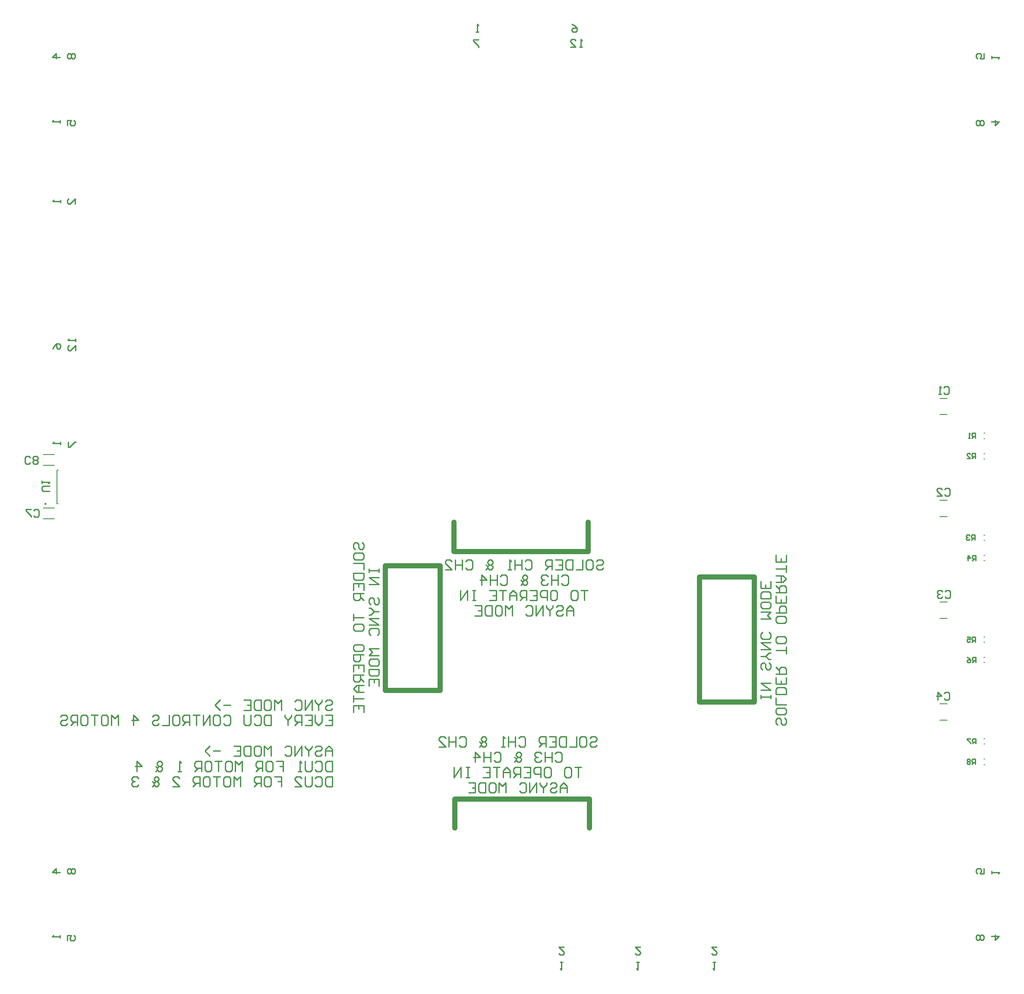
<source format=gbo>
G04*
G04 #@! TF.GenerationSoftware,Altium Limited,Altium Designer,21.3.2 (30)*
G04*
G04 Layer_Color=32896*
%FSLAX25Y25*%
%MOIN*%
G70*
G04*
G04 #@! TF.SameCoordinates,467638F3-B4FA-417D-9A7E-59FD0AE83611*
G04*
G04*
G04 #@! TF.FilePolarity,Positive*
G04*
G01*
G75*
%ADD10C,0.00787*%
%ADD12C,0.00984*%
%ADD13C,0.03937*%
%ADD14C,0.01000*%
D10*
X747638Y186909D02*
X748425D01*
X747638Y191043D02*
X748425D01*
X747638Y202658D02*
X748425D01*
X747638Y206791D02*
X748425D01*
X747638Y265650D02*
X748425D01*
X747638Y269783D02*
X748425D01*
X747638Y281398D02*
X748425D01*
X747638Y285531D02*
X748425D01*
X747638Y344390D02*
X748425D01*
X747638Y348524D02*
X748425D01*
X747638Y360138D02*
X748425D01*
X747638Y364272D02*
X748425D01*
X747638Y438878D02*
X748425D01*
X747638Y443012D02*
X748425D01*
X747638Y423130D02*
X748425D01*
X747638Y427264D02*
X748425D01*
X713583Y233661D02*
X719488D01*
X713583Y221063D02*
X719488D01*
X713583Y312402D02*
X719488D01*
X713583Y299803D02*
X719488D01*
X713583Y391142D02*
X719488D01*
X713583Y378543D02*
X719488D01*
X713583Y469882D02*
X719488D01*
X713583Y457283D02*
X719488D01*
X21063Y376673D02*
X29724D01*
X21063Y385138D02*
X29724D01*
X21063Y418012D02*
X29724D01*
X21063Y426476D02*
X29724D01*
X31693Y388583D02*
Y414567D01*
X32677D01*
X31693Y388583D02*
X32677D01*
D12*
X22933Y388465D02*
X22195Y388891D01*
Y388038D01*
X22933Y388465D01*
D13*
X442126Y351575D02*
Y374016D01*
X338189Y351575D02*
X442126D01*
X338189D02*
Y374016D01*
X338976Y137795D02*
Y160236D01*
X442913D01*
Y137795D02*
Y160236D01*
X528150Y331693D02*
X570472D01*
X528150Y235236D02*
Y331693D01*
X570472Y235236D02*
Y331693D01*
X528150Y235236D02*
X570472D01*
X285236Y340551D02*
X327559D01*
X285236Y244094D02*
Y340551D01*
X327559Y244094D02*
Y340551D01*
X285236Y244094D02*
X327559D01*
D14*
X443355Y207073D02*
X444667Y208385D01*
X447291D01*
X448602Y207073D01*
Y205761D01*
X447291Y204450D01*
X444667D01*
X443355Y203138D01*
Y201826D01*
X444667Y200514D01*
X447291D01*
X448602Y201826D01*
X436795Y208385D02*
X439419D01*
X440731Y207073D01*
Y201826D01*
X439419Y200514D01*
X436795D01*
X435483Y201826D01*
Y207073D01*
X436795Y208385D01*
X432859D02*
Y200514D01*
X427612D01*
X424988Y208385D02*
Y200514D01*
X421052D01*
X419740Y201826D01*
Y207073D01*
X421052Y208385D01*
X424988D01*
X411869D02*
X417116D01*
Y200514D01*
X411869D01*
X417116Y204450D02*
X414493D01*
X409245Y200514D02*
Y208385D01*
X405309D01*
X403997Y207073D01*
Y204450D01*
X405309Y203138D01*
X409245D01*
X406621D02*
X403997Y200514D01*
X388254Y207073D02*
X389566Y208385D01*
X392190D01*
X393502Y207073D01*
Y201826D01*
X392190Y200514D01*
X389566D01*
X388254Y201826D01*
X385630Y208385D02*
Y200514D01*
Y204450D01*
X380383D01*
Y208385D01*
Y200514D01*
X377759D02*
X375135D01*
X376447D01*
Y208385D01*
X377759Y207073D01*
X358080Y200514D02*
X359392Y201826D01*
X360704Y200514D01*
X362016D01*
X363328Y201826D01*
Y203138D01*
X362016Y204450D01*
X363328Y205761D01*
Y207073D01*
X362016Y208385D01*
X360704D01*
X359392Y207073D01*
Y205761D01*
X360704Y204450D01*
X359392Y203138D01*
Y201826D01*
X358080Y204450D02*
X359392Y203138D01*
X362016Y204450D02*
X360704D01*
X342337Y207073D02*
X343649Y208385D01*
X346273D01*
X347585Y207073D01*
Y201826D01*
X346273Y200514D01*
X343649D01*
X342337Y201826D01*
X339714Y208385D02*
Y200514D01*
Y204450D01*
X334466D01*
Y208385D01*
Y200514D01*
X326594D02*
X331842D01*
X326594Y205761D01*
Y207073D01*
X327906Y208385D01*
X330530D01*
X331842Y207073D01*
X416461Y195228D02*
X417772Y196539D01*
X420396D01*
X421708Y195228D01*
Y189980D01*
X420396Y188668D01*
X417772D01*
X416461Y189980D01*
X413837Y196539D02*
Y188668D01*
Y192604D01*
X408589D01*
Y196539D01*
Y188668D01*
X405965Y195228D02*
X404653Y196539D01*
X402029D01*
X400717Y195228D01*
Y193916D01*
X402029Y192604D01*
X403341D01*
X402029D01*
X400717Y191292D01*
Y189980D01*
X402029Y188668D01*
X404653D01*
X405965Y189980D01*
X384975Y188668D02*
X386286Y189980D01*
X387598Y188668D01*
X388910D01*
X390222Y189980D01*
Y191292D01*
X388910Y192604D01*
X390222Y193916D01*
Y195228D01*
X388910Y196539D01*
X387598D01*
X386286Y195228D01*
Y193916D01*
X387598Y192604D01*
X386286Y191292D01*
Y189980D01*
X384975Y192604D02*
X386286Y191292D01*
X388910Y192604D02*
X387598D01*
X369232Y195228D02*
X370544Y196539D01*
X373167D01*
X374479Y195228D01*
Y189980D01*
X373167Y188668D01*
X370544D01*
X369232Y189980D01*
X366608Y196539D02*
Y188668D01*
Y192604D01*
X361360D01*
Y196539D01*
Y188668D01*
X354801D02*
Y196539D01*
X358736Y192604D01*
X353489D01*
X436795Y184694D02*
X431547D01*
X434171D01*
Y176822D01*
X424988Y184694D02*
X427612D01*
X428924Y183382D01*
Y178134D01*
X427612Y176822D01*
X424988D01*
X423676Y178134D01*
Y183382D01*
X424988Y184694D01*
X409245D02*
X411869D01*
X413181Y183382D01*
Y178134D01*
X411869Y176822D01*
X409245D01*
X407933Y178134D01*
Y183382D01*
X409245Y184694D01*
X405309Y176822D02*
Y184694D01*
X401373D01*
X400062Y183382D01*
Y180758D01*
X401373Y179446D01*
X405309D01*
X392190Y184694D02*
X397438D01*
Y176822D01*
X392190D01*
X397438Y180758D02*
X394814D01*
X389566Y176822D02*
Y184694D01*
X385630D01*
X384319Y183382D01*
Y180758D01*
X385630Y179446D01*
X389566D01*
X386943D02*
X384319Y176822D01*
X381695D02*
Y182070D01*
X379071Y184694D01*
X376447Y182070D01*
Y176822D01*
Y180758D01*
X381695D01*
X373823Y184694D02*
X368576D01*
X371199D01*
Y176822D01*
X360704Y184694D02*
X365952D01*
Y176822D01*
X360704D01*
X365952Y180758D02*
X363328D01*
X350209Y184694D02*
X347585D01*
X348897D01*
Y176822D01*
X350209D01*
X347585D01*
X343649D02*
Y184694D01*
X338402Y176822D01*
Y184694D01*
X425644Y164976D02*
Y170224D01*
X423020Y172848D01*
X420396Y170224D01*
Y164976D01*
Y168912D01*
X425644D01*
X412525Y171536D02*
X413837Y172848D01*
X416461D01*
X417772Y171536D01*
Y170224D01*
X416461Y168912D01*
X413837D01*
X412525Y167600D01*
Y166288D01*
X413837Y164976D01*
X416461D01*
X417772Y166288D01*
X409901Y172848D02*
Y171536D01*
X407277Y168912D01*
X404653Y171536D01*
Y172848D01*
X407277Y168912D02*
Y164976D01*
X402029D02*
Y172848D01*
X396782Y164976D01*
Y172848D01*
X388910Y171536D02*
X390222Y172848D01*
X392846D01*
X394158Y171536D01*
Y166288D01*
X392846Y164976D01*
X390222D01*
X388910Y166288D01*
X378415Y164976D02*
Y172848D01*
X375791Y170224D01*
X373167Y172848D01*
Y164976D01*
X366608Y172848D02*
X369232D01*
X370544Y171536D01*
Y166288D01*
X369232Y164976D01*
X366608D01*
X365296Y166288D01*
Y171536D01*
X366608Y172848D01*
X362672D02*
Y164976D01*
X358736D01*
X357424Y166288D01*
Y171536D01*
X358736Y172848D01*
X362672D01*
X349553D02*
X354801D01*
Y164976D01*
X349553D01*
X354801Y168912D02*
X352177D01*
X262091Y353065D02*
X260779Y354377D01*
Y357000D01*
X262091Y358312D01*
X263403D01*
X264715Y357000D01*
Y354377D01*
X266026Y353065D01*
X267338D01*
X268650Y354377D01*
Y357000D01*
X267338Y358312D01*
X260779Y346505D02*
Y349129D01*
X262091Y350441D01*
X267338D01*
X268650Y349129D01*
Y346505D01*
X267338Y345193D01*
X262091D01*
X260779Y346505D01*
Y342569D02*
X268650D01*
Y337322D01*
X260779Y334698D02*
X268650D01*
Y330762D01*
X267338Y329450D01*
X262091D01*
X260779Y330762D01*
Y334698D01*
Y321579D02*
Y326826D01*
X268650D01*
Y321579D01*
X264715Y326826D02*
Y324202D01*
X268650Y318955D02*
X260779D01*
Y315019D01*
X262091Y313707D01*
X264715D01*
X266026Y315019D01*
Y318955D01*
Y316331D02*
X268650Y313707D01*
X260779Y303212D02*
Y297964D01*
Y300588D01*
X268650D01*
X260779Y291405D02*
Y294028D01*
X262091Y295340D01*
X267338D01*
X268650Y294028D01*
Y291405D01*
X267338Y290093D01*
X262091D01*
X260779Y291405D01*
Y275662D02*
Y278286D01*
X262091Y279597D01*
X267338D01*
X268650Y278286D01*
Y275662D01*
X267338Y274350D01*
X262091D01*
X260779Y275662D01*
X268650Y271726D02*
X260779D01*
Y267790D01*
X262091Y266478D01*
X264715D01*
X266026Y267790D01*
Y271726D01*
X260779Y258607D02*
Y263854D01*
X268650D01*
Y258607D01*
X264715Y263854D02*
Y261231D01*
X268650Y255983D02*
X260779D01*
Y252047D01*
X262091Y250735D01*
X264715D01*
X266026Y252047D01*
Y255983D01*
Y253359D02*
X268650Y250735D01*
Y248112D02*
X263403D01*
X260779Y245488D01*
X263403Y242864D01*
X268650D01*
X264715D01*
Y248112D01*
X260779Y240240D02*
Y234992D01*
Y237616D01*
X268650D01*
X260779Y227121D02*
Y232368D01*
X268650D01*
Y227121D01*
X264715Y232368D02*
Y229745D01*
X272625Y337978D02*
Y335354D01*
Y336666D01*
X280496D01*
Y337978D01*
Y335354D01*
Y331418D02*
X272625D01*
X280496Y326170D01*
X272625D01*
X273937Y310427D02*
X272625Y311739D01*
Y314363D01*
X273937Y315675D01*
X275248D01*
X276560Y314363D01*
Y311739D01*
X277872Y310427D01*
X279184D01*
X280496Y311739D01*
Y314363D01*
X279184Y315675D01*
X272625Y307804D02*
X273937D01*
X276560Y305180D01*
X273937Y302556D01*
X272625D01*
X276560Y305180D02*
X280496D01*
Y299932D02*
X272625D01*
X280496Y294684D01*
X272625D01*
X273937Y286813D02*
X272625Y288125D01*
Y290749D01*
X273937Y292061D01*
X279184D01*
X280496Y290749D01*
Y288125D01*
X279184Y286813D01*
X280496Y276318D02*
X272625D01*
X275248Y273694D01*
X272625Y271070D01*
X280496D01*
X272625Y264510D02*
Y267134D01*
X273937Y268446D01*
X279184D01*
X280496Y267134D01*
Y264510D01*
X279184Y263198D01*
X273937D01*
X272625Y264510D01*
Y260575D02*
X280496D01*
Y256639D01*
X279184Y255327D01*
X273937D01*
X272625Y256639D01*
Y260575D01*
Y247456D02*
Y252703D01*
X280496D01*
Y247456D01*
X276560Y252703D02*
Y250079D01*
X593618Y222723D02*
X594930Y221411D01*
Y218787D01*
X593618Y217475D01*
X592306D01*
X590994Y218787D01*
Y221411D01*
X589682Y222723D01*
X588370D01*
X587058Y221411D01*
Y218787D01*
X588370Y217475D01*
X594930Y229282D02*
Y226659D01*
X593618Y225347D01*
X588370D01*
X587058Y226659D01*
Y229282D01*
X588370Y230594D01*
X593618D01*
X594930Y229282D01*
Y233218D02*
X587058D01*
Y238466D01*
X594930Y241090D02*
X587058D01*
Y245025D01*
X588370Y246337D01*
X593618D01*
X594930Y245025D01*
Y241090D01*
Y254209D02*
Y248961D01*
X587058D01*
Y254209D01*
X590994Y248961D02*
Y251585D01*
X587058Y256833D02*
X594930D01*
Y260768D01*
X593618Y262080D01*
X590994D01*
X589682Y260768D01*
Y256833D01*
Y259456D02*
X587058Y262080D01*
X594930Y272576D02*
Y277823D01*
Y275199D01*
X587058D01*
X594930Y284383D02*
Y281759D01*
X593618Y280447D01*
X588370D01*
X587058Y281759D01*
Y284383D01*
X588370Y285695D01*
X593618D01*
X594930Y284383D01*
Y300126D02*
Y297502D01*
X593618Y296190D01*
X588370D01*
X587058Y297502D01*
Y300126D01*
X588370Y301438D01*
X593618D01*
X594930Y300126D01*
X587058Y304062D02*
X594930D01*
Y307997D01*
X593618Y309309D01*
X590994D01*
X589682Y307997D01*
Y304062D01*
X594930Y317181D02*
Y311933D01*
X587058D01*
Y317181D01*
X590994Y311933D02*
Y314557D01*
X587058Y319805D02*
X594930D01*
Y323740D01*
X593618Y325052D01*
X590994D01*
X589682Y323740D01*
Y319805D01*
Y322428D02*
X587058Y325052D01*
Y327676D02*
X592306D01*
X594930Y330300D01*
X592306Y332924D01*
X587058D01*
X590994D01*
Y327676D01*
X594930Y335547D02*
Y340795D01*
Y338171D01*
X587058D01*
X594930Y348667D02*
Y343419D01*
X587058D01*
Y348667D01*
X590994Y343419D02*
Y346043D01*
X583084Y237810D02*
Y240434D01*
Y239122D01*
X575213D01*
Y237810D01*
Y240434D01*
Y244370D02*
X583084D01*
X575213Y249617D01*
X583084D01*
X581772Y265360D02*
X583084Y264048D01*
Y261424D01*
X581772Y260112D01*
X580460D01*
X579148Y261424D01*
Y264048D01*
X577836Y265360D01*
X576524D01*
X575213Y264048D01*
Y261424D01*
X576524Y260112D01*
X583084Y267984D02*
X581772D01*
X579148Y270608D01*
X581772Y273232D01*
X583084D01*
X579148Y270608D02*
X575213D01*
Y275855D02*
X583084D01*
X575213Y281103D01*
X583084D01*
X581772Y288974D02*
X583084Y287663D01*
Y285039D01*
X581772Y283727D01*
X576524D01*
X575213Y285039D01*
Y287663D01*
X576524Y288974D01*
X575213Y299470D02*
X583084D01*
X580460Y302094D01*
X583084Y304717D01*
X575213D01*
X583084Y311277D02*
Y308653D01*
X581772Y307341D01*
X576524D01*
X575213Y308653D01*
Y311277D01*
X576524Y312589D01*
X581772D01*
X583084Y311277D01*
Y315213D02*
X575213D01*
Y319148D01*
X576524Y320460D01*
X581772D01*
X583084Y319148D01*
Y315213D01*
Y328332D02*
Y323084D01*
X575213D01*
Y328332D01*
X579148Y323084D02*
Y325708D01*
X448276Y343884D02*
X449588Y345196D01*
X452212D01*
X453524Y343884D01*
Y342572D01*
X452212Y341261D01*
X449588D01*
X448276Y339949D01*
Y338637D01*
X449588Y337325D01*
X452212D01*
X453524Y338637D01*
X441716Y345196D02*
X444340D01*
X445652Y343884D01*
Y338637D01*
X444340Y337325D01*
X441716D01*
X440405Y338637D01*
Y343884D01*
X441716Y345196D01*
X437781D02*
Y337325D01*
X432533D01*
X429909Y345196D02*
Y337325D01*
X425974D01*
X424662Y338637D01*
Y343884D01*
X425974Y345196D01*
X429909D01*
X416790D02*
X422038D01*
Y337325D01*
X416790D01*
X422038Y341261D02*
X419414D01*
X414166Y337325D02*
Y345196D01*
X410230D01*
X408919Y343884D01*
Y341261D01*
X410230Y339949D01*
X414166D01*
X411542D02*
X408919Y337325D01*
X393176Y343884D02*
X394488Y345196D01*
X397111D01*
X398423Y343884D01*
Y338637D01*
X397111Y337325D01*
X394488D01*
X393176Y338637D01*
X390552Y345196D02*
Y337325D01*
Y341261D01*
X385304D01*
Y345196D01*
Y337325D01*
X382680D02*
X380057D01*
X381368D01*
Y345196D01*
X382680Y343884D01*
X363002Y337325D02*
X364314Y338637D01*
X365626Y337325D01*
X366937D01*
X368249Y338637D01*
Y339949D01*
X366937Y341261D01*
X368249Y342572D01*
Y343884D01*
X366937Y345196D01*
X365626D01*
X364314Y343884D01*
Y342572D01*
X365626Y341261D01*
X364314Y339949D01*
Y338637D01*
X363002Y341261D02*
X364314Y339949D01*
X366937Y341261D02*
X365626D01*
X347259Y343884D02*
X348571Y345196D01*
X351194D01*
X352506Y343884D01*
Y338637D01*
X351194Y337325D01*
X348571D01*
X347259Y338637D01*
X344635Y345196D02*
Y337325D01*
Y341261D01*
X339387D01*
Y345196D01*
Y337325D01*
X331516D02*
X336763D01*
X331516Y342572D01*
Y343884D01*
X332828Y345196D01*
X335452D01*
X336763Y343884D01*
X421382Y332038D02*
X422694Y333350D01*
X425317D01*
X426629Y332038D01*
Y326791D01*
X425317Y325479D01*
X422694D01*
X421382Y326791D01*
X418758Y333350D02*
Y325479D01*
Y329415D01*
X413510D01*
Y333350D01*
Y325479D01*
X410886Y332038D02*
X409575Y333350D01*
X406951D01*
X405639Y332038D01*
Y330727D01*
X406951Y329415D01*
X408263D01*
X406951D01*
X405639Y328103D01*
Y326791D01*
X406951Y325479D01*
X409575D01*
X410886Y326791D01*
X389896Y325479D02*
X391208Y326791D01*
X392520Y325479D01*
X393832D01*
X395144Y326791D01*
Y328103D01*
X393832Y329415D01*
X395144Y330727D01*
Y332038D01*
X393832Y333350D01*
X392520D01*
X391208Y332038D01*
Y330727D01*
X392520Y329415D01*
X391208Y328103D01*
Y326791D01*
X389896Y329415D02*
X391208Y328103D01*
X393832Y329415D02*
X392520D01*
X374153Y332038D02*
X375465Y333350D01*
X378089D01*
X379401Y332038D01*
Y326791D01*
X378089Y325479D01*
X375465D01*
X374153Y326791D01*
X371529Y333350D02*
Y325479D01*
Y329415D01*
X366281D01*
Y333350D01*
Y325479D01*
X359722D02*
Y333350D01*
X363658Y329415D01*
X358410D01*
X441716Y321505D02*
X436469D01*
X439093D01*
Y313633D01*
X429909Y321505D02*
X432533D01*
X433845Y320193D01*
Y314945D01*
X432533Y313633D01*
X429909D01*
X428597Y314945D01*
Y320193D01*
X429909Y321505D01*
X414166D02*
X416790D01*
X418102Y320193D01*
Y314945D01*
X416790Y313633D01*
X414166D01*
X412854Y314945D01*
Y320193D01*
X414166Y321505D01*
X410230Y313633D02*
Y321505D01*
X406295D01*
X404983Y320193D01*
Y317569D01*
X406295Y316257D01*
X410230D01*
X397111Y321505D02*
X402359D01*
Y313633D01*
X397111D01*
X402359Y317569D02*
X399735D01*
X394488Y313633D02*
Y321505D01*
X390552D01*
X389240Y320193D01*
Y317569D01*
X390552Y316257D01*
X394488D01*
X391864D02*
X389240Y313633D01*
X386616D02*
Y318881D01*
X383992Y321505D01*
X381368Y318881D01*
Y313633D01*
Y317569D01*
X386616D01*
X378745Y321505D02*
X373497D01*
X376121D01*
Y313633D01*
X365626Y321505D02*
X370873D01*
Y313633D01*
X365626D01*
X370873Y317569D02*
X368249D01*
X355130Y321505D02*
X352506D01*
X353818D01*
Y313633D01*
X355130D01*
X352506D01*
X348571D02*
Y321505D01*
X343323Y313633D01*
Y321505D01*
X430565Y301787D02*
Y307035D01*
X427941Y309659D01*
X425317Y307035D01*
Y301787D01*
Y305723D01*
X430565D01*
X417446Y308347D02*
X418758Y309659D01*
X421382D01*
X422694Y308347D01*
Y307035D01*
X421382Y305723D01*
X418758D01*
X417446Y304411D01*
Y303099D01*
X418758Y301787D01*
X421382D01*
X422694Y303099D01*
X414822Y309659D02*
Y308347D01*
X412198Y305723D01*
X409575Y308347D01*
Y309659D01*
X412198Y305723D02*
Y301787D01*
X406951D02*
Y309659D01*
X401703Y301787D01*
Y309659D01*
X393832Y308347D02*
X395144Y309659D01*
X397767D01*
X399079Y308347D01*
Y303099D01*
X397767Y301787D01*
X395144D01*
X393832Y303099D01*
X383336Y301787D02*
Y309659D01*
X380713Y307035D01*
X378089Y309659D01*
Y301787D01*
X371529Y309659D02*
X374153D01*
X375465Y308347D01*
Y303099D01*
X374153Y301787D01*
X371529D01*
X370217Y303099D01*
Y308347D01*
X371529Y309659D01*
X367593D02*
Y301787D01*
X363658D01*
X362346Y303099D01*
Y308347D01*
X363658Y309659D01*
X367593D01*
X354474D02*
X359722D01*
Y301787D01*
X354474D01*
X359722Y305723D02*
X357098D01*
X239028Y235489D02*
X240340Y236801D01*
X242964D01*
X244276Y235489D01*
Y234177D01*
X242964Y232865D01*
X240340D01*
X239028Y231554D01*
Y230242D01*
X240340Y228930D01*
X242964D01*
X244276Y230242D01*
X236404Y236801D02*
Y235489D01*
X233780Y232865D01*
X231156Y235489D01*
Y236801D01*
X233780Y232865D02*
Y228930D01*
X228533D02*
Y236801D01*
X223285Y228930D01*
Y236801D01*
X215413Y235489D02*
X216725Y236801D01*
X219349D01*
X220661Y235489D01*
Y230242D01*
X219349Y228930D01*
X216725D01*
X215413Y230242D01*
X204918Y228930D02*
Y236801D01*
X202294Y234177D01*
X199671Y236801D01*
Y228930D01*
X193111Y236801D02*
X195735D01*
X197047Y235489D01*
Y230242D01*
X195735Y228930D01*
X193111D01*
X191799Y230242D01*
Y235489D01*
X193111Y236801D01*
X189175D02*
Y228930D01*
X185240D01*
X183928Y230242D01*
Y235489D01*
X185240Y236801D01*
X189175D01*
X176056D02*
X181304D01*
Y228930D01*
X176056D01*
X181304Y232865D02*
X178680D01*
X165561D02*
X160313D01*
X157689Y228930D02*
X153754Y232865D01*
X157689Y236801D01*
X239028Y224955D02*
X244276D01*
Y217084D01*
X239028D01*
X244276Y221020D02*
X241652D01*
X236404Y224955D02*
Y219708D01*
X233780Y217084D01*
X231156Y219708D01*
Y224955D01*
X223285D02*
X228533D01*
Y217084D01*
X223285D01*
X228533Y221020D02*
X225909D01*
X220661Y217084D02*
Y224955D01*
X216725D01*
X215413Y223643D01*
Y221020D01*
X216725Y219708D01*
X220661D01*
X218037D02*
X215413Y217084D01*
X212790Y224955D02*
Y223643D01*
X210166Y221020D01*
X207542Y223643D01*
Y224955D01*
X210166Y221020D02*
Y217084D01*
X197047Y224955D02*
Y217084D01*
X193111D01*
X191799Y218396D01*
Y223643D01*
X193111Y224955D01*
X197047D01*
X183928Y223643D02*
X185240Y224955D01*
X187863D01*
X189175Y223643D01*
Y218396D01*
X187863Y217084D01*
X185240D01*
X183928Y218396D01*
X181304Y224955D02*
Y218396D01*
X179992Y217084D01*
X177368D01*
X176056Y218396D01*
Y224955D01*
X160313Y223643D02*
X161625Y224955D01*
X164249D01*
X165561Y223643D01*
Y218396D01*
X164249Y217084D01*
X161625D01*
X160313Y218396D01*
X153754Y224955D02*
X156377D01*
X157689Y223643D01*
Y218396D01*
X156377Y217084D01*
X153754D01*
X152442Y218396D01*
Y223643D01*
X153754Y224955D01*
X149818Y217084D02*
Y224955D01*
X144570Y217084D01*
Y224955D01*
X141946D02*
X136699D01*
X139322D01*
Y217084D01*
X134075D02*
Y224955D01*
X130139D01*
X128827Y223643D01*
Y221020D01*
X130139Y219708D01*
X134075D01*
X131451D02*
X128827Y217084D01*
X122268Y224955D02*
X124891D01*
X126203Y223643D01*
Y218396D01*
X124891Y217084D01*
X122268D01*
X120956Y218396D01*
Y223643D01*
X122268Y224955D01*
X118332D02*
Y217084D01*
X113084D01*
X105213Y223643D02*
X106525Y224955D01*
X109149D01*
X110460Y223643D01*
Y222332D01*
X109149Y221020D01*
X106525D01*
X105213Y219708D01*
Y218396D01*
X106525Y217084D01*
X109149D01*
X110460Y218396D01*
X90782Y217084D02*
Y224955D01*
X94718Y221020D01*
X89470D01*
X78974Y217084D02*
Y224955D01*
X76351Y222332D01*
X73727Y224955D01*
Y217084D01*
X67167Y224955D02*
X69791D01*
X71103Y223643D01*
Y218396D01*
X69791Y217084D01*
X67167D01*
X65855Y218396D01*
Y223643D01*
X67167Y224955D01*
X63232D02*
X57984D01*
X60608D01*
Y217084D01*
X51424Y224955D02*
X54048D01*
X55360Y223643D01*
Y218396D01*
X54048Y217084D01*
X51424D01*
X50112Y218396D01*
Y223643D01*
X51424Y224955D01*
X47489Y217084D02*
Y224955D01*
X43553D01*
X42241Y223643D01*
Y221020D01*
X43553Y219708D01*
X47489D01*
X44865D02*
X42241Y217084D01*
X34370Y223643D02*
X35681Y224955D01*
X38305D01*
X39617Y223643D01*
Y222332D01*
X38305Y221020D01*
X35681D01*
X34370Y219708D01*
Y218396D01*
X35681Y217084D01*
X38305D01*
X39617Y218396D01*
X244276Y193392D02*
Y198640D01*
X241652Y201264D01*
X239028Y198640D01*
Y193392D01*
Y197328D01*
X244276D01*
X231156Y199952D02*
X232468Y201264D01*
X235092D01*
X236404Y199952D01*
Y198640D01*
X235092Y197328D01*
X232468D01*
X231156Y196016D01*
Y194704D01*
X232468Y193392D01*
X235092D01*
X236404Y194704D01*
X228533Y201264D02*
Y199952D01*
X225909Y197328D01*
X223285Y199952D01*
Y201264D01*
X225909Y197328D02*
Y193392D01*
X220661D02*
Y201264D01*
X215413Y193392D01*
Y201264D01*
X207542Y199952D02*
X208854Y201264D01*
X211478D01*
X212790Y199952D01*
Y194704D01*
X211478Y193392D01*
X208854D01*
X207542Y194704D01*
X197047Y193392D02*
Y201264D01*
X194423Y198640D01*
X191799Y201264D01*
Y193392D01*
X185240Y201264D02*
X187863D01*
X189175Y199952D01*
Y194704D01*
X187863Y193392D01*
X185240D01*
X183928Y194704D01*
Y199952D01*
X185240Y201264D01*
X181304D02*
Y193392D01*
X177368D01*
X176056Y194704D01*
Y199952D01*
X177368Y201264D01*
X181304D01*
X168185D02*
X173432D01*
Y193392D01*
X168185D01*
X173432Y197328D02*
X170808D01*
X157689D02*
X152442D01*
X149818Y193392D02*
X145882Y197328D01*
X149818Y201264D01*
X244276Y189418D02*
Y181547D01*
X240340D01*
X239028Y182859D01*
Y188106D01*
X240340Y189418D01*
X244276D01*
X231156Y188106D02*
X232468Y189418D01*
X235092D01*
X236404Y188106D01*
Y182859D01*
X235092Y181547D01*
X232468D01*
X231156Y182859D01*
X228533Y189418D02*
Y182859D01*
X227221Y181547D01*
X224597D01*
X223285Y182859D01*
Y189418D01*
X220661Y181547D02*
X218037D01*
X219349D01*
Y189418D01*
X220661Y188106D01*
X200982Y189418D02*
X206230D01*
Y185482D01*
X203606D01*
X206230D01*
Y181547D01*
X194423Y189418D02*
X197047D01*
X198359Y188106D01*
Y182859D01*
X197047Y181547D01*
X194423D01*
X193111Y182859D01*
Y188106D01*
X194423Y189418D01*
X190487Y181547D02*
Y189418D01*
X186551D01*
X185240Y188106D01*
Y185482D01*
X186551Y184170D01*
X190487D01*
X187863D02*
X185240Y181547D01*
X174744D02*
Y189418D01*
X172120Y186794D01*
X169497Y189418D01*
Y181547D01*
X162937Y189418D02*
X165561D01*
X166873Y188106D01*
Y182859D01*
X165561Y181547D01*
X162937D01*
X161625Y182859D01*
Y188106D01*
X162937Y189418D01*
X159001D02*
X153754D01*
X156377D01*
Y181547D01*
X147194Y189418D02*
X149818D01*
X151130Y188106D01*
Y182859D01*
X149818Y181547D01*
X147194D01*
X145882Y182859D01*
Y188106D01*
X147194Y189418D01*
X143258Y181547D02*
Y189418D01*
X139322D01*
X138011Y188106D01*
Y185482D01*
X139322Y184170D01*
X143258D01*
X140634D02*
X138011Y181547D01*
X127515D02*
X124891D01*
X126203D01*
Y189418D01*
X127515Y188106D01*
X107837Y181547D02*
X109149Y182859D01*
X110460Y181547D01*
X111772D01*
X113084Y182859D01*
Y184170D01*
X111772Y185482D01*
X113084Y186794D01*
Y188106D01*
X111772Y189418D01*
X110460D01*
X109149Y188106D01*
Y186794D01*
X110460Y185482D01*
X109149Y184170D01*
Y182859D01*
X107837Y185482D02*
X109149Y184170D01*
X111772Y185482D02*
X110460D01*
X93406Y181547D02*
Y189418D01*
X97341Y185482D01*
X92094D01*
X244276Y177572D02*
Y169701D01*
X240340D01*
X239028Y171013D01*
Y176260D01*
X240340Y177572D01*
X244276D01*
X231156Y176260D02*
X232468Y177572D01*
X235092D01*
X236404Y176260D01*
Y171013D01*
X235092Y169701D01*
X232468D01*
X231156Y171013D01*
X228533Y177572D02*
Y171013D01*
X227221Y169701D01*
X224597D01*
X223285Y171013D01*
Y177572D01*
X215413Y169701D02*
X220661D01*
X215413Y174948D01*
Y176260D01*
X216725Y177572D01*
X219349D01*
X220661Y176260D01*
X199671Y177572D02*
X204918D01*
Y173636D01*
X202294D01*
X204918D01*
Y169701D01*
X193111Y177572D02*
X195735D01*
X197047Y176260D01*
Y171013D01*
X195735Y169701D01*
X193111D01*
X191799Y171013D01*
Y176260D01*
X193111Y177572D01*
X189175Y169701D02*
Y177572D01*
X185240D01*
X183928Y176260D01*
Y173636D01*
X185240Y172325D01*
X189175D01*
X186551D02*
X183928Y169701D01*
X173432D02*
Y177572D01*
X170808Y174948D01*
X168185Y177572D01*
Y169701D01*
X161625Y177572D02*
X164249D01*
X165561Y176260D01*
Y171013D01*
X164249Y169701D01*
X161625D01*
X160313Y171013D01*
Y176260D01*
X161625Y177572D01*
X157689D02*
X152442D01*
X155066D01*
Y169701D01*
X145882Y177572D02*
X148506D01*
X149818Y176260D01*
Y171013D01*
X148506Y169701D01*
X145882D01*
X144570Y171013D01*
Y176260D01*
X145882Y177572D01*
X141946Y169701D02*
Y177572D01*
X138011D01*
X136699Y176260D01*
Y173636D01*
X138011Y172325D01*
X141946D01*
X139322D02*
X136699Y169701D01*
X120956D02*
X126203D01*
X120956Y174948D01*
Y176260D01*
X122268Y177572D01*
X124891D01*
X126203Y176260D01*
X105213Y169701D02*
X106525Y171013D01*
X107837Y169701D01*
X109149D01*
X110460Y171013D01*
Y172325D01*
X109149Y173636D01*
X110460Y174948D01*
Y176260D01*
X109149Y177572D01*
X107837D01*
X106525Y176260D01*
Y174948D01*
X107837Y173636D01*
X106525Y172325D01*
Y171013D01*
X105213Y173636D02*
X106525Y172325D01*
X109149Y173636D02*
X107837D01*
X94718Y176260D02*
X93406Y177572D01*
X90782D01*
X89470Y176260D01*
Y174948D01*
X90782Y173636D01*
X92094D01*
X90782D01*
X89470Y172325D01*
Y171013D01*
X90782Y169701D01*
X93406D01*
X94718Y171013D01*
X437189Y741354D02*
X435190D01*
X436189D01*
Y747352D01*
X437189Y746353D01*
X428192Y741354D02*
X432191D01*
X428192Y745353D01*
Y746353D01*
X429192Y747352D01*
X431191D01*
X432191Y746353D01*
X429253Y758966D02*
X431253Y757967D01*
X433252Y755968D01*
Y753968D01*
X432252Y752969D01*
X430253D01*
X429253Y753968D01*
Y754968D01*
X430253Y755968D01*
X433252D01*
X357268Y747156D02*
X353269D01*
Y746156D01*
X357268Y742157D01*
Y741157D01*
X357268Y752969D02*
X355268D01*
X356268D01*
Y758967D01*
X357268Y757967D01*
X482361Y45654D02*
X478362D01*
X482361Y41655D01*
Y40655D01*
X481361Y39656D01*
X479362D01*
X478362Y40655D01*
X479347Y34236D02*
X481346D01*
X480346D01*
Y28238D01*
X479347Y29238D01*
X423306Y45654D02*
X419307D01*
X423306Y41655D01*
Y40655D01*
X422306Y39656D01*
X420307D01*
X419307Y40655D01*
X420291Y34236D02*
X422291D01*
X421291D01*
Y28238D01*
X420291Y29238D01*
X541416Y45654D02*
X537417D01*
X541416Y41655D01*
Y40655D01*
X540416Y39656D01*
X538417D01*
X537417Y40655D01*
X538402Y34236D02*
X540401D01*
X539401D01*
Y28238D01*
X538402Y29238D01*
X45654Y620001D02*
Y624000D01*
X41655Y620001D01*
X40655D01*
X39656Y621001D01*
Y623000D01*
X40655Y624000D01*
X34236Y623016D02*
Y621016D01*
Y622016D01*
X28238D01*
X29238Y623016D01*
X753559Y732496D02*
Y734495D01*
Y733496D01*
X759557D01*
X758557Y732496D01*
X747746Y736495D02*
Y732496D01*
X744747D01*
X745747Y734495D01*
Y735495D01*
X744747Y736495D01*
X742748D01*
X741748Y735495D01*
Y733496D01*
X742748Y732496D01*
X753480Y683920D02*
X759478D01*
X756479Y680921D01*
Y684920D01*
X746668Y680921D02*
X747667Y681921D01*
Y683920D01*
X746668Y684920D01*
X745668D01*
X744668Y683920D01*
X743669Y684920D01*
X742669D01*
X741669Y683920D01*
Y681921D01*
X742669Y680921D01*
X743669D01*
X744668Y681921D01*
X745668Y680921D01*
X746668D01*
X744668Y681921D02*
Y683920D01*
X33843Y684827D02*
Y682827D01*
Y683827D01*
X27845D01*
X28844Y684827D01*
X39656Y680828D02*
Y684827D01*
X42654D01*
X41655Y682827D01*
Y681828D01*
X42654Y680828D01*
X44654D01*
X45654Y681828D01*
Y683827D01*
X44654Y684827D01*
X33921Y733402D02*
X27923D01*
X30922Y736402D01*
Y732403D01*
X40734Y736402D02*
X39734Y735402D01*
Y733402D01*
X40734Y732403D01*
X41734D01*
X42733Y733402D01*
X43733Y732403D01*
X44733D01*
X45732Y733402D01*
Y735402D01*
X44733Y736402D01*
X43733D01*
X42733Y735402D01*
X41734Y736402D01*
X40734D01*
X42733Y735402D02*
Y733402D01*
X46047Y515929D02*
Y513930D01*
Y514929D01*
X40049D01*
X41049Y515929D01*
X46047Y506932D02*
Y510931D01*
X42048Y506932D01*
X41049D01*
X40049Y507932D01*
Y509931D01*
X41049Y510931D01*
X28435Y507993D02*
X29435Y509993D01*
X31434Y511992D01*
X33433D01*
X34433Y510992D01*
Y508993D01*
X33433Y507993D01*
X32434D01*
X31434Y508993D01*
Y511992D01*
X40246Y436008D02*
Y432009D01*
X41246D01*
X45244Y436008D01*
X46244D01*
X34433D02*
Y434009D01*
Y435008D01*
X28435D01*
X29435Y436008D01*
X753559Y102575D02*
Y104574D01*
Y103575D01*
X759557D01*
X758557Y102575D01*
X747746Y106573D02*
Y102575D01*
X744747D01*
X745747Y104574D01*
Y105574D01*
X744747Y106573D01*
X742748D01*
X741748Y105574D01*
Y103575D01*
X742748Y102575D01*
X753480Y53999D02*
X759478D01*
X756479Y51000D01*
Y54999D01*
X746668Y51000D02*
X747667Y52000D01*
Y53999D01*
X746668Y54999D01*
X745668D01*
X744668Y53999D01*
X743669Y54999D01*
X742669D01*
X741669Y53999D01*
Y52000D01*
X742669Y51000D01*
X743669D01*
X744668Y52000D01*
X745668Y51000D01*
X746668D01*
X744668Y52000D02*
Y53999D01*
X33843Y54905D02*
Y52906D01*
Y53906D01*
X27845D01*
X28844Y54905D01*
X39656Y50907D02*
Y54905D01*
X42654D01*
X41655Y52906D01*
Y51907D01*
X42654Y50907D01*
X44654D01*
X45654Y51907D01*
Y53906D01*
X44654Y54905D01*
X33921Y103481D02*
X27923D01*
X30922Y106480D01*
Y102482D01*
X40734Y106480D02*
X39734Y105481D01*
Y103481D01*
X40734Y102482D01*
X41734D01*
X42733Y103481D01*
X43733Y102482D01*
X44733D01*
X45732Y103481D01*
Y105481D01*
X44733Y106480D01*
X43733D01*
X42733Y105481D01*
X41734Y106480D01*
X40734D01*
X42733Y105481D02*
Y103481D01*
X25837Y397972D02*
X20839D01*
X19839Y398972D01*
Y400971D01*
X20839Y401971D01*
X25837D01*
X19839Y403970D02*
Y405969D01*
Y404970D01*
X25837D01*
X24837Y403970D01*
X741075Y187009D02*
Y190944D01*
X739107D01*
X738451Y190288D01*
Y188976D01*
X739107Y188320D01*
X741075D01*
X739763D02*
X738451Y187009D01*
X737139Y190288D02*
X736483Y190944D01*
X735172D01*
X734515Y190288D01*
Y189632D01*
X735172Y188976D01*
X734515Y188320D01*
Y187664D01*
X735172Y187009D01*
X736483D01*
X737139Y187664D01*
Y188320D01*
X736483Y188976D01*
X737139Y189632D01*
Y190288D01*
X736483Y188976D02*
X735172D01*
X741272Y202953D02*
Y206889D01*
X739304D01*
X738648Y206233D01*
Y204921D01*
X739304Y204265D01*
X741272D01*
X739960D02*
X738648Y202953D01*
X737336Y206889D02*
X734712D01*
Y206233D01*
X737336Y203609D01*
Y202953D01*
X741272Y265749D02*
Y269684D01*
X739304D01*
X738648Y269028D01*
Y267717D01*
X739304Y267061D01*
X741272D01*
X739960D02*
X738648Y265749D01*
X734712Y269684D02*
X736024Y269028D01*
X737336Y267717D01*
Y266405D01*
X736680Y265749D01*
X735368D01*
X734712Y266405D01*
Y267061D01*
X735368Y267717D01*
X737336D01*
X741075Y281497D02*
Y285432D01*
X739107D01*
X738451Y284776D01*
Y283465D01*
X739107Y282809D01*
X741075D01*
X739763D02*
X738451Y281497D01*
X734515Y285432D02*
X737139D01*
Y283465D01*
X735827Y284120D01*
X735172D01*
X734515Y283465D01*
Y282153D01*
X735172Y281497D01*
X736483D01*
X737139Y282153D01*
X741272Y344489D02*
Y348425D01*
X739304D01*
X738648Y347769D01*
Y346457D01*
X739304Y345801D01*
X741272D01*
X739960D02*
X738648Y344489D01*
X735368D02*
Y348425D01*
X737336Y346457D01*
X734712D01*
X740681Y360434D02*
Y364369D01*
X738714D01*
X738058Y363714D01*
Y362402D01*
X738714Y361746D01*
X740681D01*
X739369D02*
X738058Y360434D01*
X736746Y363714D02*
X736090Y364369D01*
X734778D01*
X734122Y363714D01*
Y363057D01*
X734778Y362402D01*
X735434D01*
X734778D01*
X734122Y361746D01*
Y361090D01*
X734778Y360434D01*
X736090D01*
X736746Y361090D01*
X741075Y423426D02*
Y427362D01*
X739107D01*
X738451Y426706D01*
Y425394D01*
X739107Y424738D01*
X741075D01*
X739763D02*
X738451Y423426D01*
X734515D02*
X737139D01*
X734515Y426050D01*
Y426706D01*
X735172Y427362D01*
X736483D01*
X737139Y426706D01*
X741010Y439174D02*
Y443110D01*
X739042D01*
X738386Y442454D01*
Y441142D01*
X739042Y440486D01*
X741010D01*
X739698D02*
X738386Y439174D01*
X737074D02*
X735762D01*
X736418D01*
Y443110D01*
X737074Y442454D01*
X11008Y420245D02*
X10008Y419245D01*
X8009D01*
X7010Y420245D01*
Y424243D01*
X8009Y425243D01*
X10008D01*
X11008Y424243D01*
X13008Y420245D02*
X14007Y419245D01*
X16007D01*
X17006Y420245D01*
Y421244D01*
X16007Y422244D01*
X17006Y423244D01*
Y424243D01*
X16007Y425243D01*
X14007D01*
X13008Y424243D01*
Y423244D01*
X14007Y422244D01*
X13008Y421244D01*
Y420245D01*
X14007Y422244D02*
X16007D01*
X13598Y383102D02*
X14598Y384101D01*
X16597D01*
X17597Y383102D01*
Y379103D01*
X16597Y378103D01*
X14598D01*
X13598Y379103D01*
X11599Y384101D02*
X7600D01*
Y383102D01*
X11599Y379103D01*
Y378103D01*
X717141Y241763D02*
X718141Y242763D01*
X720140D01*
X721140Y241763D01*
Y237764D01*
X720140Y236765D01*
X718141D01*
X717141Y237764D01*
X712143Y236765D02*
Y242763D01*
X715142Y239764D01*
X711143D01*
X717535Y320503D02*
X718535Y321503D01*
X720534D01*
X721534Y320503D01*
Y316505D01*
X720534Y315505D01*
X718535D01*
X717535Y316505D01*
X715536Y320503D02*
X714536Y321503D01*
X712537D01*
X711537Y320503D01*
Y319504D01*
X712537Y318504D01*
X713536D01*
X712537D01*
X711537Y317504D01*
Y316505D01*
X712537Y315505D01*
X714536D01*
X715536Y316505D01*
X717338Y399440D02*
X718338Y400440D01*
X720337D01*
X721337Y399440D01*
Y395442D01*
X720337Y394442D01*
X718338D01*
X717338Y395442D01*
X711340Y394442D02*
X715339D01*
X711340Y398441D01*
Y399440D01*
X712340Y400440D01*
X714339D01*
X715339Y399440D01*
X716732Y478003D02*
X717732Y479003D01*
X719731D01*
X720731Y478003D01*
Y474005D01*
X719731Y473005D01*
X717732D01*
X716732Y474005D01*
X714733Y473005D02*
X712734D01*
X713733D01*
Y479003D01*
X714733Y478003D01*
M02*

</source>
